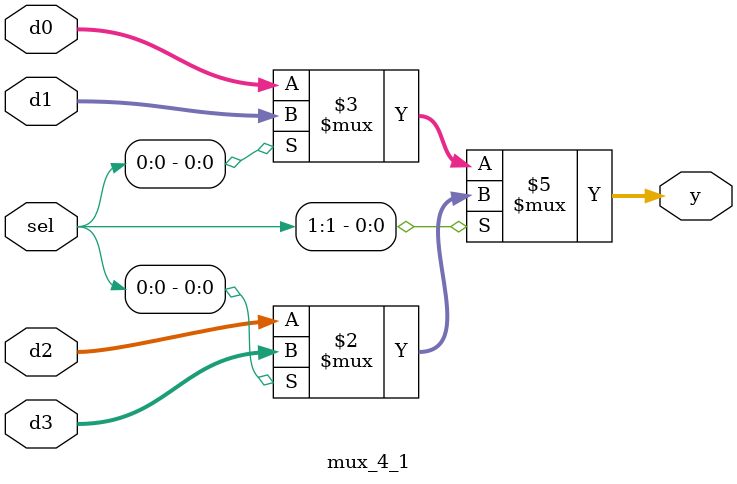
<source format=sv>

module mux_2_1
(
  input        [3:0] d0, d1,
  input              sel,
  output logic [3:0] y
);

  always_comb
    if (sel)
      y = d1;
    else
      y = d0;

endmodule

//----------------------------------------------------------------------------
// Task
//----------------------------------------------------------------------------

module mux_4_1
(
  input        [3:0] d0, d1, d2, d3,
  input        [1:0] sel,
  output logic [3:0] y
);

  // Task:
  // Using code for mux_2_1 as an example,
  // write code for 4:1 mux using the "if" statement
  always_comb
  begin
    if (sel[1])
      y = sel[0] ? d3 : d2;
    else
      y = sel[0] ? d1 : d0;
  end 

endmodule

</source>
